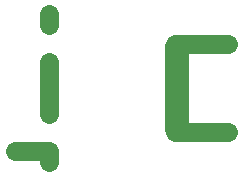
<source format=gbr>
G04 #@! TF.FileFunction,Other,ECO1*
%FSLAX46Y46*%
G04 Gerber Fmt 4.6, Leading zero omitted, Abs format (unit mm)*
G04 Created by KiCad (PCBNEW 4.0.6) date 2018 April 18, Wednesday 08:04:54*
%MOMM*%
%LPD*%
G01*
G04 APERTURE LIST*
%ADD10C,0.100000*%
%ADD11C,1.600000*%
%ADD12C,2.000000*%
G04 APERTURE END LIST*
D10*
D11*
X-1200000Y-10200000D02*
X3300000Y-10200000D01*
X-11800000Y-12800000D02*
X-11800000Y-11800000D01*
X-14700000Y-11800000D02*
X-11800000Y-11800000D01*
X-11800000Y-200000D02*
X-11800000Y-1200000D01*
X-11800000Y-4300000D02*
X-11800000Y-8700000D01*
D12*
X-1000000Y-3000000D02*
X-1000000Y-10000000D01*
D11*
X-1200000Y-2800000D02*
X3300000Y-2800000D01*
M02*

</source>
